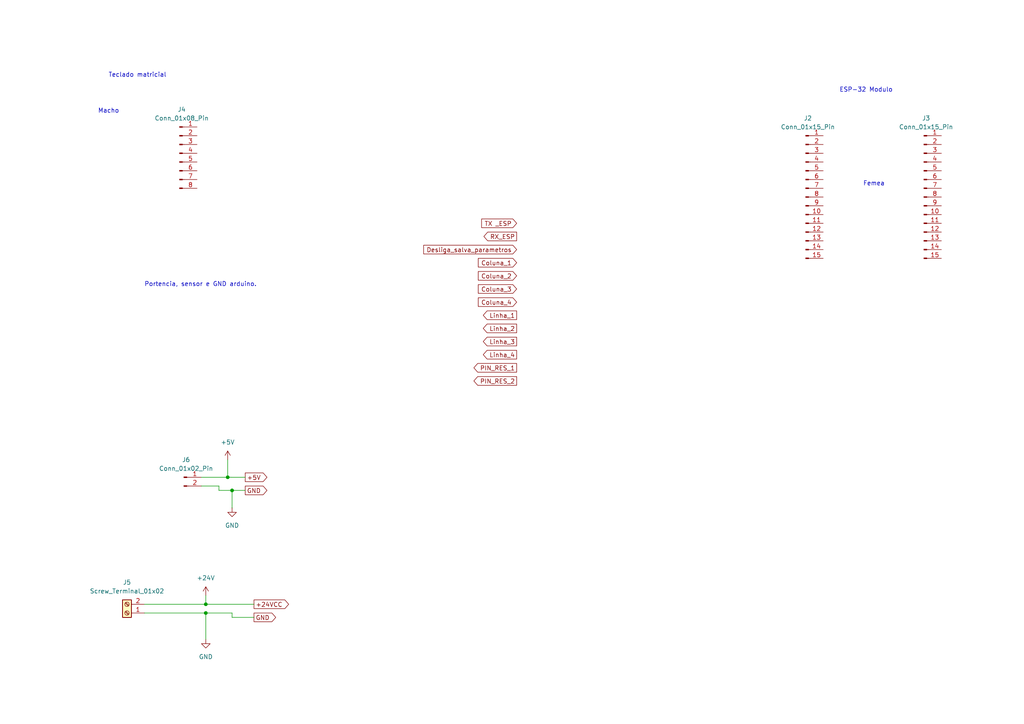
<source format=kicad_sch>
(kicad_sch (version 20231120) (generator "eeschema") (generator_version "8.0")
  (paper "A4")
  (title_block (title "Conectores") (date "2024-03-18") (rev "1.0") (company "Alex Thomas Valmorbida"))
  (lib_symbols
    (symbol "Connector:Conn_01x02_Pin" (pin_names (offset 1.016) hide)
      (property "Reference" "J" (at 0 2.54 0))
      (property "Value" "Conn_01x02_Pin" (at 0 -5.08 0))
      (symbol "Conn_01x02_Pin_1_1"
        (polyline (pts (xy 1.27 -2.54) (xy 0.8636 -2.54)) (stroke (width 0.1524)))
        (polyline (pts (xy 1.27 0) (xy 0.8636 0)) (stroke (width 0.1524)))
        (rectangle (start 0.8636 -2.413) (end 0 -2.667) (stroke (width 0.1524)) (fill (type outline)))
        (rectangle (start 0.8636 0.127) (end 0 -0.127) (stroke (width 0.1524)) (fill (type outline)))
        (pin passive line (at 5.08 0 180) (length 3.81) (name "Pin_1") (number "1"))
        (pin passive line (at 5.08 -2.54 180) (length 3.81) (name "Pin_2") (number "2"))
      )
    )
    (symbol "Connector:Conn_01x08_Pin" (pin_names (offset 1.016) hide)
      (property "Reference" "J" (at 0 10.16 0))
      (property "Value" "Conn_01x08_Pin" (at 0 -12.7 0))
      (symbol "Conn_01x08_Pin_1_1"
        (polyline (pts (xy 1.27 -10.16) (xy 0.8636 -10.16)) (stroke (width 0.1524)))
        (polyline (pts (xy 1.27 -7.62) (xy 0.8636 -7.62)) (stroke (width 0.1524)))
        (polyline (pts (xy 1.27 -5.08) (xy 0.8636 -5.08)) (stroke (width 0.1524)))
        (polyline (pts (xy 1.27 -2.54) (xy 0.8636 -2.54)) (stroke (width 0.1524)))
        (polyline (pts (xy 1.27 0) (xy 0.8636 0)) (stroke (width 0.1524)))
        (polyline (pts (xy 1.27 2.54) (xy 0.8636 2.54)) (stroke (width 0.1524)))
        (polyline (pts (xy 1.27 5.08) (xy 0.8636 5.08)) (stroke (width 0.1524)))
        (polyline (pts (xy 1.27 7.62) (xy 0.8636 7.62)) (stroke (width 0.1524)))
        (rectangle (start 0.8636 -10.033) (end 0 -10.287) (stroke (width 0.1524)) (fill (type outline)))
        (rectangle (start 0.8636 -7.493) (end 0 -7.747) (stroke (width 0.1524)) (fill (type outline)))
        (rectangle (start 0.8636 -4.953) (end 0 -5.207) (stroke (width 0.1524)) (fill (type outline)))
        (rectangle (start 0.8636 -2.413) (end 0 -2.667) (stroke (width 0.1524)) (fill (type outline)))
        (rectangle (start 0.8636 0.127) (end 0 -0.127) (stroke (width 0.1524)) (fill (type outline)))
        (rectangle (start 0.8636 2.667) (end 0 2.413) (stroke (width 0.1524)) (fill (type outline)))
        (rectangle (start 0.8636 5.207) (end 0 4.953) (stroke (width 0.1524)) (fill (type outline)))
        (rectangle (start 0.8636 7.747) (end 0 7.493) (stroke (width 0.1524)) (fill (type outline)))
        (pin passive line (at 5.08 7.62 180) (length 3.81) (name "Pin_1") (number "1"))
        (pin passive line (at 5.08 5.08 180) (length 3.81) (name "Pin_2") (number "2"))
        (pin passive line (at 5.08 2.54 180) (length 3.81) (name "Pin_3") (number "3"))
        (pin passive line (at 5.08 0 180) (length 3.81) (name "Pin_4") (number "4"))
        (pin passive line (at 5.08 -2.54 180) (length 3.81) (name "Pin_5") (number "5"))
        (pin passive line (at 5.08 -5.08 180) (length 3.81) (name "Pin_6") (number "6"))
        (pin passive line (at 5.08 -7.62 180) (length 3.81) (name "Pin_7") (number "7"))
        (pin passive line (at 5.08 -10.16 180) (length 3.81) (name "Pin_8") (number "8"))
      )
    )
    (symbol "Connector:Conn_01x15_Pin" (pin_names (offset 1.016) hide)
      (property "Reference" "J" (at 0 20.32 0))
      (property "Value" "Conn_01x15_Pin" (at 0 -20.32 0))
      (symbol "Conn_01x15_Pin_1_1"
        (polyline (pts (xy 1.27 -17.78) (xy 0.8636 -17.78)) (stroke (width 0.1524)))
        (polyline (pts (xy 1.27 -15.24) (xy 0.8636 -15.24)) (stroke (width 0.1524)))
        (polyline (pts (xy 1.27 -12.7) (xy 0.8636 -12.7)) (stroke (width 0.1524)))
        (polyline (pts (xy 1.27 -10.16) (xy 0.8636 -10.16)) (stroke (width 0.1524)))
        (polyline (pts (xy 1.27 -7.62) (xy 0.8636 -7.62)) (stroke (width 0.1524)))
        (polyline (pts (xy 1.27 -5.08) (xy 0.8636 -5.08)) (stroke (width 0.1524)))
        (polyline (pts (xy 1.27 -2.54) (xy 0.8636 -2.54)) (stroke (width 0.1524)))
        (polyline (pts (xy 1.27 0) (xy 0.8636 0)) (stroke (width 0.1524)))
        (polyline (pts (xy 1.27 2.54) (xy 0.8636 2.54)) (stroke (width 0.1524)))
        (polyline (pts (xy 1.27 5.08) (xy 0.8636 5.08)) (stroke (width 0.1524)))
        (polyline (pts (xy 1.27 7.62) (xy 0.8636 7.62)) (stroke (width 0.1524)))
        (polyline (pts (xy 1.27 10.16) (xy 0.8636 10.16)) (stroke (width 0.1524)))
        (polyline (pts (xy 1.27 12.7) (xy 0.8636 12.7)) (stroke (width 0.1524)))
        (polyline (pts (xy 1.27 15.24) (xy 0.8636 15.24)) (stroke (width 0.1524)))
        (polyline (pts (xy 1.27 17.78) (xy 0.8636 17.78)) (stroke (width 0.1524)))
        (rectangle (start 0.8636 -17.653) (end 0 -17.907) (stroke (width 0.1524)) (fill (type outline)))
        (rectangle (start 0.8636 -15.113) (end 0 -15.367) (stroke (width 0.1524)) (fill (type outline)))
        (rectangle (start 0.8636 -12.573) (end 0 -12.827) (stroke (width 0.1524)) (fill (type outline)))
        (rectangle (start 0.8636 -10.033) (end 0 -10.287) (stroke (width 0.1524)) (fill (type outline)))
        (rectangle (start 0.8636 -7.493) (end 0 -7.747) (stroke (width 0.1524)) (fill (type outline)))
        (rectangle (start 0.8636 -4.953) (end 0 -5.207) (stroke (width 0.1524)) (fill (type outline)))
        (rectangle (start 0.8636 -2.413) (end 0 -2.667) (stroke (width 0.1524)) (fill (type outline)))
        (rectangle (start 0.8636 0.127) (end 0 -0.127) (stroke (width 0.1524)) (fill (type outline)))
        (rectangle (start 0.8636 2.667) (end 0 2.413) (stroke (width 0.1524)) (fill (type outline)))
        (rectangle (start 0.8636 5.207) (end 0 4.953) (stroke (width 0.1524)) (fill (type outline)))
        (rectangle (start 0.8636 7.747) (end 0 7.493) (stroke (width 0.1524)) (fill (type outline)))
        (rectangle (start 0.8636 10.287) (end 0 10.033) (stroke (width 0.1524)) (fill (type outline)))
        (rectangle (start 0.8636 12.827) (end 0 12.573) (stroke (width 0.1524)) (fill (type outline)))
        (rectangle (start 0.8636 15.367) (end 0 15.113) (stroke (width 0.1524)) (fill (type outline)))
        (rectangle (start 0.8636 17.907) (end 0 17.653) (stroke (width 0.1524)) (fill (type outline)))
        (pin passive line (at 5.08 17.78 180) (length 3.81) (name "Pin_1") (number "1"))
        (pin passive line (at 5.08 -5.08 180) (length 3.81) (name "Pin_10") (number "10"))
        (pin passive line (at 5.08 -7.62 180) (length 3.81) (name "Pin_11") (number "11"))
        (pin passive line (at 5.08 -10.16 180) (length 3.81) (name "Pin_12") (number "12"))
        (pin passive line (at 5.08 -12.7 180) (length 3.81) (name "Pin_13") (number "13"))
        (pin passive line (at 5.08 -15.24 180) (length 3.81) (name "Pin_14") (number "14"))
        (pin passive line (at 5.08 -17.78 180) (length 3.81) (name "Pin_15") (number "15"))
        (pin passive line (at 5.08 15.24 180) (length 3.81) (name "Pin_2") (number "2"))
        (pin passive line (at 5.08 12.7 180) (length 3.81) (name "Pin_3") (number "3"))
        (pin passive line (at 5.08 10.16 180) (length 3.81) (name "Pin_4") (number "4"))
        (pin passive line (at 5.08 7.62 180) (length 3.81) (name "Pin_5") (number "5"))
        (pin passive line (at 5.08 5.08 180) (length 3.81) (name "Pin_6") (number "6"))
        (pin passive line (at 5.08 2.54 180) (length 3.81) (name "Pin_7") (number "7"))
        (pin passive line (at 5.08 0 180) (length 3.81) (name "Pin_8") (number "8"))
        (pin passive line (at 5.08 -2.54 180) (length 3.81) (name "Pin_9") (number "9"))
      )
    )
    (symbol "Connector:Screw_Terminal_01x02" (pin_names (offset 1.016) hide)
      (property "Reference" "J" (at 0 2.54 0))
      (property "Value" "Screw_Terminal_01x02" (at 0 -5.08 0))
      (symbol "Screw_Terminal_01x02_1_1"
        (rectangle (start -1.27 1.27) (end 1.27 -3.81) (stroke (width 0.254)) (fill (type background)))
        (circle (center 0 -2.54) (radius 0.635) (stroke (width 0.1524)))
        (polyline (pts (xy -0.5334 -2.2098) (xy 0.3302 -3.048)) (stroke (width 0.1524)))
        (polyline (pts (xy -0.5334 0.3302) (xy 0.3302 -0.508)) (stroke (width 0.1524)))
        (polyline (pts (xy -0.3556 -2.032) (xy 0.508 -2.8702)) (stroke (width 0.1524)))
        (polyline (pts (xy -0.3556 0.508) (xy 0.508 -0.3302)) (stroke (width 0.1524)))
        (circle (center 0 0) (radius 0.635) (stroke (width 0.1524)))
        (pin passive line (at -5.08 0 0) (length 3.81) (name "Pin_1") (number "1"))
        (pin passive line (at -5.08 -2.54 0) (length 3.81) (name "Pin_2") (number "2"))
      )
    )
    (symbol "power:+24V" (power) (pin_numbers hide) (pin_names (offset 0) hide)
      (property "Value" "+24V" (at 0 3.556 0))
      (symbol "+24V_0_1"
        (polyline (pts (xy -0.762 1.27) (xy 0 2.54)))
        (polyline (pts (xy 0 0) (xy 0 2.54)))
        (polyline (pts (xy 0 2.54) (xy 0.762 1.27)))
      )
      (symbol "+24V_1_1"
        (pin power_in line (at 0 0 90) (length 0) (name "~") (number "1"))
      )
    )
    (symbol "power:+5V" (power) (pin_numbers hide) (pin_names (offset 0) hide)
      (property "Value" "+5V" (at 0 3.556 0))
      (symbol "+5V_0_1"
        (polyline (pts (xy -0.762 1.27) (xy 0 2.54)))
        (polyline (pts (xy 0 0) (xy 0 2.54)))
        (polyline (pts (xy 0 2.54) (xy 0.762 1.27)))
      )
      (symbol "+5V_1_1"
        (pin power_in line (at 0 0 90) (length 0) (name "~") (number "1"))
      )
    )
    (symbol "power:GND" (power) (pin_numbers hide) (pin_names (offset 0) hide)
      (property "Value" "GND" (at 0 -3.81 0))
      (symbol "GND_0_1"
        (polyline (pts (xy 0 0) (xy 0 -1.27) (xy 1.27 -1.27) (xy 0 -2.54) (xy -1.27 -1.27) (xy 0 -1.27)))
      )
      (symbol "GND_1_1"
        (pin power_in line (at 0 0 270) (length 0) (name "~") (number "1"))
      )
    )
  )
  (junction (at 59.69 175.26))
  (junction (at 66.04 138.43))
  (junction (at 67.31 142.24))
  (junction (at 59.69 177.8))
  (wire (pts (xy 67.31 177.8) (xy 59.69 177.8)))
  (wire (pts (xy 63.5 140.97) (xy 63.5 142.24)))
  (wire (pts (xy 59.69 172.72) (xy 59.69 175.26)))
  (wire (pts (xy 66.04 133.35) (xy 66.04 138.43)))
  (wire (pts (xy 41.91 175.26) (xy 59.69 175.26)))
  (wire (pts (xy 59.69 185.42) (xy 59.69 177.8)))
  (wire (pts (xy 59.69 177.8) (xy 41.91 177.8)))
  (wire (pts (xy 66.04 138.43) (xy 71.12 138.43)))
  (wire (pts (xy 63.5 142.24) (xy 67.31 142.24)))
  (wire (pts (xy 67.31 142.24) (xy 71.12 142.24)))
  (wire (pts (xy 58.42 140.97) (xy 63.5 140.97)))
  (wire (pts (xy 58.42 138.43) (xy 66.04 138.43)))
  (wire (pts (xy 67.31 179.07) (xy 67.31 177.8)))
  (wire (pts (xy 67.31 142.24) (xy 67.31 147.32)))
  (wire (pts (xy 59.69 175.26) (xy 73.66 175.26)))
  (wire (pts (xy 67.31 179.07) (xy 73.66 179.07)))
  (text "Teclado matricial" (at 39.878 21.844 0) (effects (font (size 1.27 1.27))))
  (text "Macho" (at 31.496 32.258 0) (effects (font (size 1.27 1.27))))
  (text "ESP-32 Modulo" (at 251.206 26.162 0) (effects (font (size 1.27 1.27))))
  (text "Portencia, sensor e GND arduino." (at 58.166 82.55 0) (effects (font (size 1.27 1.27))))
  (text "Femea" (at 253.492 53.34 0) (effects (font (size 1.27 1.27))))
  (global_label "Coluna_3" (shape input) (at 149.86 83.82 180) (property "Intersheetrefs" "${INTERSHEET_REFS}" (effects (hide yes))))
  (global_label "GND" (shape output) (at 73.66 179.07 0) (property "Intersheetrefs" "${INTERSHEET_REFS}" (effects (hide yes))))
  (global_label "Coluna_1" (shape input) (at 149.86 76.2 180) (property "Intersheetrefs" "${INTERSHEET_REFS}" (effects (hide yes))))
  (global_label "RX_ESP" (shape output) (at 149.86 68.58 180) (property "Intersheetrefs" "${INTERSHEET_REFS}" (effects (hide yes))))
  (global_label "+5V" (shape output) (at 71.12 138.43 0) (property "Intersheetrefs" "${INTERSHEET_REFS}" (effects (hide yes))))
  (global_label "PIN_RES_1" (shape output) (at 149.86 106.68 180) (property "Intersheetrefs" "${INTERSHEET_REFS}" (effects (hide yes))) (property "Referências entre as folhas" "${INTERSHEET_REFS}" (effects (hide yes))))
  (global_label "Desliga_salva_parametros" (shape input) (at 149.86 72.39 180) (property "Intersheetrefs" "${INTERSHEET_REFS}" (effects (hide yes))))
  (global_label "Coluna_4" (shape input) (at 149.86 87.63 180) (property "Intersheetrefs" "${INTERSHEET_REFS}" (effects (hide yes))))
  (global_label "PIN_RES_2" (shape output) (at 149.86 110.49 180) (property "Intersheetrefs" "${INTERSHEET_REFS}" (effects (hide yes))) (property "Referências entre as folhas" "${INTERSHEET_REFS}" (effects (hide yes))))
  (global_label "+24VCC" (shape output) (at 73.66 175.26 0) (property "Intersheetrefs" "${INTERSHEET_REFS}" (effects (hide yes))) (property "Referências entre as folhas" "${INTERSHEET_REFS}" (effects (hide yes))))
  (global_label "TX _ESP" (shape input) (at 149.86 64.77 180) (property "Intersheetrefs" "${INTERSHEET_REFS}" (effects (hide yes))))
  (global_label "GND" (shape output) (at 71.12 142.24 0) (property "Intersheetrefs" "${INTERSHEET_REFS}" (effects (hide yes))))
  (global_label "Coluna_2" (shape input) (at 149.86 80.01 180) (property "Intersheetrefs" "${INTERSHEET_REFS}" (effects (hide yes))))
  (global_label "Linha_1" (shape output) (at 149.86 91.44 180) (property "Intersheetrefs" "${INTERSHEET_REFS}" (effects (hide yes))))
  (global_label "Linha_2" (shape output) (at 149.86 95.25 180) (property "Intersheetrefs" "${INTERSHEET_REFS}" (effects (hide yes))))
  (global_label "Linha_4" (shape output) (at 149.86 102.87 180) (property "Intersheetrefs" "${INTERSHEET_REFS}" (effects (hide yes))))
  (global_label "Linha_3" (shape output) (at 149.86 99.06 180) (property "Intersheetrefs" "${INTERSHEET_REFS}" (effects (hide yes))))
  (symbol (lib_id "power:GND") (at 67.31 147.32 0) (unit 1)
    (property "Reference" "#PWR015" (effects (hide yes)))
    (property "Value" "GND" (at 67.31 152.4 0))
    (property "Description" "Power symbol creates a global label with name \"GND\" , ground" (effects (hide yes)))
  )
  (symbol (lib_id "power:+24V") (at 59.69 172.72 0) (unit 1)
    (property "Reference" "#PWR016" (effects (hide yes)))
    (property "Value" "+24V" (at 59.69 167.64 0))
    (property "Description" "Power symbol creates a global label with name \"+24V\"" (effects (hide yes)))
  )
  (symbol (lib_id "Connector:Screw_Terminal_01x02") (at 36.83 177.8 180) (unit 1)
    (property "Reference" "J5" (at 36.83 168.91 0))
    (property "Value" "Screw_Terminal_01x02" (at 36.83 171.45 0))
    (property "Footprint" "TerminalBlock_MetzConnect:TerminalBlock_MetzConnect_Type101_RT01602HBWC_1x02_P5.08mm_Horizontal" (effects (hide yes)))
    (property "Description" "Generic screw terminal, single row, 01x02, script generated (kicad-library-utils/schlib/autogen/connector/)" (effects (hide yes)))
  )
  (symbol (lib_id "power:GND") (at 59.69 185.42 0) (unit 1)
    (property "Reference" "#PWR017" (effects (hide yes)))
    (property "Value" "GND" (at 59.69 190.5 0))
    (property "Description" "Power symbol creates a global label with name \"GND\" , ground" (effects (hide yes)))
  )
  (symbol (lib_id "Connector:Conn_01x15_Pin") (at 267.97 57.15 0) (unit 1)
    (property "Reference" "J3" (at 268.605 34.29 0))
    (property "Value" "Conn_01x15_Pin" (at 268.605 36.83 0))
    (property "Footprint" "Connector_PinHeader_2.54mm:PinHeader_1x15_P2.54mm_Vertical" (effects (hide yes)))
    (property "Description" "Generic connector, single row, 01x15, script generated" (effects (hide yes)))
  )
  (symbol (lib_id "power:+5V") (at 66.04 133.35 0) (unit 1)
    (property "Reference" "#PWR014" (effects (hide yes)))
    (property "Value" "+5V" (at 66.04 128.27 0))
    (property "Description" "Power symbol creates a global label with name \"+5V\"" (effects (hide yes)))
  )
  (symbol (lib_id "Connector:Conn_01x08_Pin") (at 52.07 44.45 0) (unit 1)
    (property "Reference" "J4" (at 52.705 31.75 0))
    (property "Value" "Conn_01x08_Pin" (at 52.705 34.29 0))
    (property "Footprint" "Connector_PinSocket_2.54mm:PinSocket_1x08_P2.54mm_Vertical" (effects (hide yes)))
    (property "Description" "Generic connector, single row, 01x08, script generated" (effects (hide yes)))
  )
  (symbol (lib_id "Connector:Conn_01x15_Pin") (at 233.68 57.15 0) (unit 1)
    (property "Reference" "J2" (at 234.315 34.29 0))
    (property "Value" "Conn_01x15_Pin" (at 234.315 36.83 0))
    (property "Footprint" "Connector_PinHeader_2.54mm:PinHeader_1x15_P2.54mm_Vertical" (effects (hide yes)))
    (property "Description" "Generic connector, single row, 01x15, script generated" (effects (hide yes)))
  )
  (symbol (lib_id "Connector:Conn_01x02_Pin") (at 53.34 138.43 0) (unit 1)
    (property "Reference" "J6" (at 53.975 133.35 0))
    (property "Value" "Conn_01x02_Pin" (at 53.975 135.89 0))
    (property "Footprint" "Connector_PinHeader_2.54mm:PinHeader_1x02_P2.54mm_Vertical" (effects (hide yes)))
    (property "Description" "Generic connector, single row, 01x02, script generated" (effects (hide yes)))
  )
)
</source>
